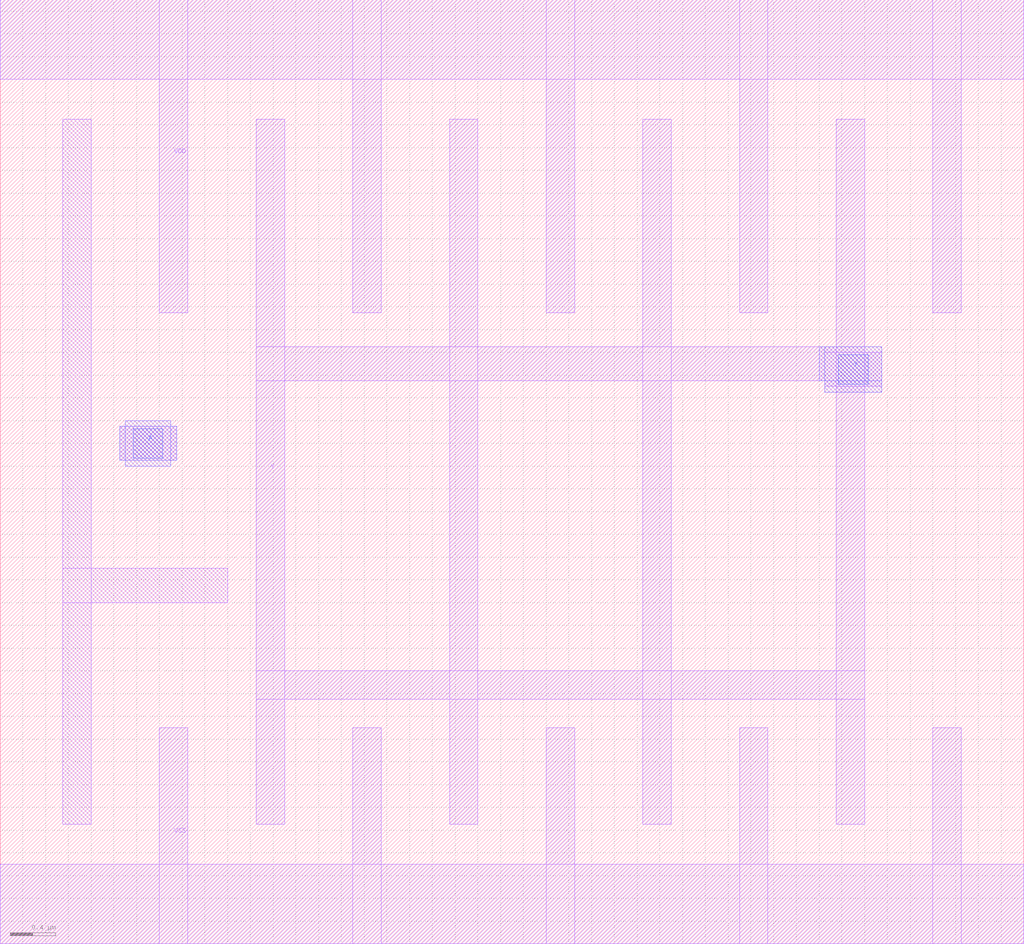
<source format=lef>
# Copyright 2022 Google LLC
# Licensed under the Apache License, Version 2.0 (the "License");
# you may not use this file except in compliance with the License.
# You may obtain a copy of the License at
#
#      http://www.apache.org/licenses/LICENSE-2.0
#
# Unless required by applicable law or agreed to in writing, software
# distributed under the License is distributed on an "AS IS" BASIS,
# WITHOUT WARRANTIES OR CONDITIONS OF ANY KIND, either express or implied.
# See the License for the specific language governing permissions and
# limitations under the License.
VERSION 5.7 ;
BUSBITCHARS "[]" ;
DIVIDERCHAR "/" ;

MACRO gf180mcu_osu_sc_gp12t3v3__buf_8
  CLASS CORE ;
  ORIGIN 0 0 ;
  FOREIGN gf180mcu_osu_sc_gp12t3v3__buf_8 0 0 ;
  SIZE 9 BY 8.3 ;
  SYMMETRY X Y ;
  SITE gf180mcu_osu_sc_gp12t3v3 ;
  PIN VDD
    DIRECTION INOUT ;
    USE POWER ;
    SHAPE ABUTMENT ;
    PORT
      LAYER Metal1 ;
        RECT 0 7.6 9 8.3 ;
        RECT 8.2 5.55 8.45 8.3 ;
        RECT 6.5 5.55 6.75 8.3 ;
        RECT 4.8 5.55 5.05 8.3 ;
        RECT 3.1 5.55 3.35 8.3 ;
        RECT 1.4 5.55 1.65 8.3 ;
    END
  END VDD
  PIN VSS
    DIRECTION INOUT ;
    USE GROUND ;
    SHAPE ABUTMENT ;
    PORT
      LAYER Metal1 ;
        RECT 0 0 9 0.7 ;
        RECT 8.2 0 8.45 1.9 ;
        RECT 6.5 0 6.75 1.9 ;
        RECT 4.8 0 5.05 1.9 ;
        RECT 3.1 0 3.35 1.9 ;
        RECT 1.4 0 1.65 1.9 ;
    END
  END VSS
  PIN A
    DIRECTION INPUT ;
    USE SIGNAL ;
    PORT
      LAYER Metal1 ;
        RECT 1.05 4.25 1.55 4.55 ;
      LAYER Metal2 ;
        RECT 1.05 4.25 1.55 4.55 ;
        RECT 1.1 4.2 1.5 4.6 ;
      LAYER Via1 ;
        RECT 1.17 4.27 1.43 4.53 ;
    END
  END A
  PIN Y
    DIRECTION OUTPUT ;
    USE SIGNAL ;
    PORT
      LAYER Metal1 ;
        RECT 7.25 4.9 7.75 5.2 ;
        RECT 7.35 1.05 7.6 7.25 ;
        RECT 2.25 4.95 7.6 5.25 ;
        RECT 2.25 2.15 7.6 2.4 ;
        RECT 5.65 1.05 5.9 7.25 ;
        RECT 3.95 1.05 4.2 7.25 ;
        RECT 2.25 1.05 2.5 7.25 ;
      LAYER Metal2 ;
        RECT 7.2 4.95 7.75 5.25 ;
        RECT 7.25 4.85 7.75 5.25 ;
      LAYER Via1 ;
        RECT 7.37 4.92 7.63 5.18 ;
    END
  END Y
  OBS
    LAYER Metal1 ;
      RECT 0.55 1.05 0.8 7.25 ;
      RECT 0.55 3 2 3.3 ;
  END
END gf180mcu_osu_sc_gp12t3v3__buf_8

</source>
